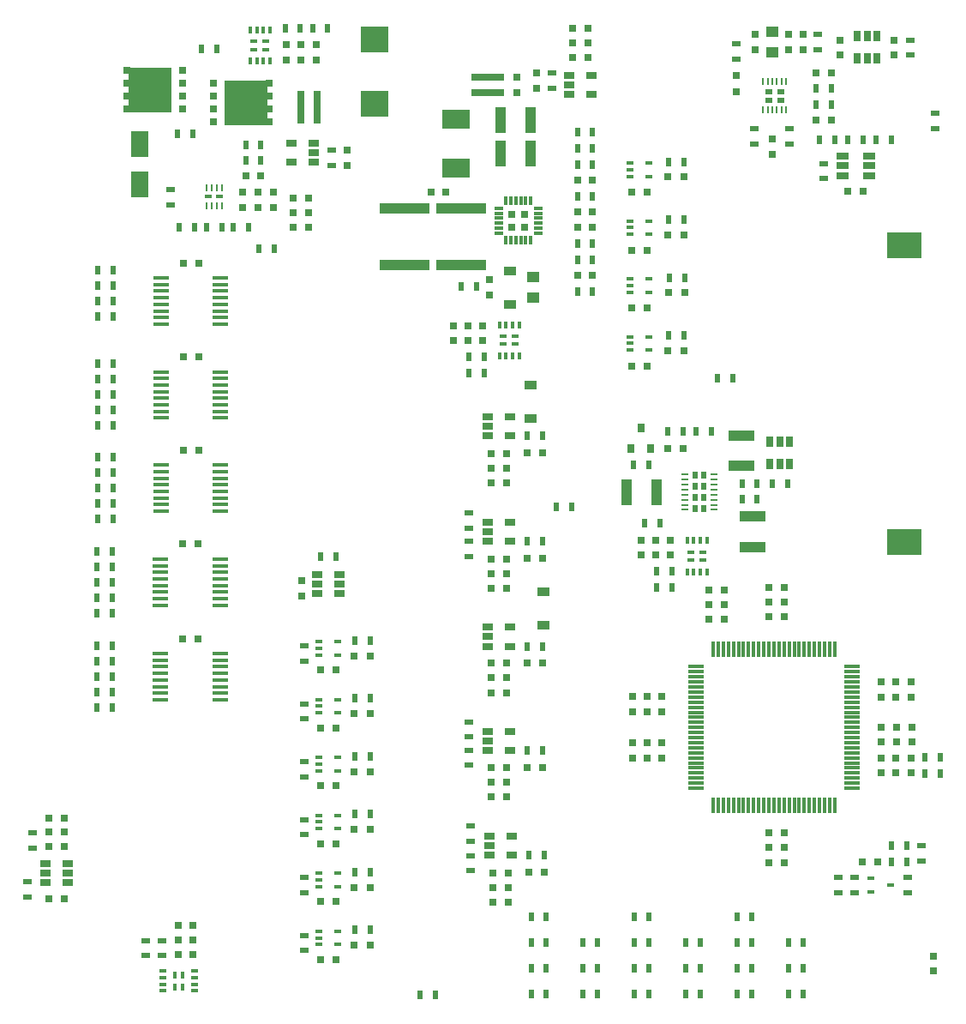
<source format=gbr>
G04 #@! TF.GenerationSoftware,KiCad,Pcbnew,(5.1.2)-1*
G04 #@! TF.CreationDate,2019-09-01T11:48:08-05:00*
G04 #@! TF.ProjectId,Electronic_Calendar,456c6563-7472-46f6-9e69-635f43616c65,rev?*
G04 #@! TF.SameCoordinates,Original*
G04 #@! TF.FileFunction,Paste,Top*
G04 #@! TF.FilePolarity,Positive*
%FSLAX46Y46*%
G04 Gerber Fmt 4.6, Leading zero omitted, Abs format (unit mm)*
G04 Created by KiCad (PCBNEW (5.1.2)-1) date 2019-09-01 11:48:08*
%MOMM*%
%LPD*%
G04 APERTURE LIST*
%ADD10R,1.200000X0.900000*%
%ADD11R,3.510001X2.540000*%
%ADD12R,1.060000X0.650000*%
%ADD13R,0.650000X1.060000*%
%ADD14R,0.800000X0.900000*%
%ADD15R,0.500000X0.900000*%
%ADD16R,0.750000X0.800000*%
%ADD17R,0.650000X0.250000*%
%ADD18R,0.498000X0.660000*%
%ADD19R,1.000000X2.500000*%
%ADD20R,2.500000X1.000000*%
%ADD21R,0.800000X0.750000*%
%ADD22R,0.350000X0.650000*%
%ADD23R,0.720000X0.465000*%
%ADD24R,0.650000X0.350000*%
%ADD25R,0.465000X0.720000*%
%ADD26R,0.250000X0.700000*%
%ADD27R,0.714000X0.498000*%
%ADD28R,1.220000X0.650000*%
%ADD29R,1.500000X0.450000*%
%ADD30R,0.650000X0.400000*%
%ADD31R,0.300000X1.500000*%
%ADD32R,1.500000X0.300000*%
%ADD33R,0.850000X0.300000*%
%ADD34R,0.300000X0.850000*%
%ADD35R,0.780000X0.780000*%
%ADD36R,0.660000X0.366000*%
%ADD37R,0.900000X0.500000*%
%ADD38R,3.200000X0.800000*%
%ADD39R,0.800000X3.200000*%
%ADD40R,0.700000X0.450000*%
%ADD41R,0.800000X0.700000*%
%ADD42R,4.290000X4.500000*%
%ADD43R,1.600000X1.550000*%
%ADD44R,1.200000X1.550000*%
%ADD45R,2.790000X1.903000*%
%ADD46R,0.800000X0.800000*%
%ADD47R,1.800000X2.500000*%
%ADD48R,1.250000X1.000000*%
%ADD49R,5.000000X1.000000*%
%ADD50R,2.700000X2.550000*%
G04 APERTURE END LIST*
D10*
X121475500Y-105409000D03*
X121475500Y-102109000D03*
X120205500Y-85025500D03*
X120205500Y-81725500D03*
D11*
X157099000Y-97230000D03*
X157099000Y-67870000D03*
D12*
X101303000Y-102296000D03*
X101303000Y-101346000D03*
X101303000Y-100396000D03*
X99103000Y-100396000D03*
X99103000Y-102296000D03*
X99103000Y-101346000D03*
D13*
X143830000Y-89492000D03*
X144780000Y-89492000D03*
X145730000Y-89492000D03*
X145730000Y-87292000D03*
X143830000Y-87292000D03*
X144780000Y-87292000D03*
D14*
X130114000Y-87931500D03*
X132014000Y-87931500D03*
X131064000Y-85931500D03*
D15*
X99453000Y-98615500D03*
X100953000Y-98615500D03*
X145530000Y-91440000D03*
X144030000Y-91440000D03*
X130314000Y-89598500D03*
X131814000Y-89598500D03*
D16*
X97536000Y-101040500D03*
X97536000Y-102540500D03*
D15*
X141045500Y-91440000D03*
X142545500Y-91440000D03*
X141045500Y-92964000D03*
X142545500Y-92964000D03*
D17*
X138267500Y-94015500D03*
X138267500Y-93515500D03*
X138267500Y-93015500D03*
X138267500Y-92515500D03*
X138267500Y-92015500D03*
X138267500Y-91515500D03*
X138267500Y-91015500D03*
X138267500Y-90515500D03*
X135417500Y-90515500D03*
X135417500Y-91015500D03*
X135417500Y-91515500D03*
X135417500Y-92015500D03*
X135417500Y-92515500D03*
X135417500Y-93015500D03*
X135417500Y-93515500D03*
X135417500Y-94015500D03*
D18*
X136427500Y-90615500D03*
X136427500Y-91715500D03*
X136427500Y-92815500D03*
X136427500Y-93915500D03*
X137257500Y-90615500D03*
X137257500Y-91715500D03*
X137257500Y-92815500D03*
X137257500Y-93915500D03*
D15*
X131457000Y-95300800D03*
X132957000Y-95300800D03*
X135243000Y-86296500D03*
X133743000Y-86296500D03*
X138037000Y-86296500D03*
X136537000Y-86296500D03*
D19*
X132627500Y-92265500D03*
X129627500Y-92265500D03*
D20*
X140970000Y-89701500D03*
X140970000Y-86701500D03*
X142062200Y-94689800D03*
X142062200Y-97689800D03*
D21*
X133743000Y-87947500D03*
X135243000Y-87947500D03*
D15*
X94857000Y-68262500D03*
X93357000Y-68262500D03*
X140132500Y-81026000D03*
X138632500Y-81026000D03*
X110744000Y-141922500D03*
X109244000Y-141922500D03*
X122745500Y-93726000D03*
X124245500Y-93726000D03*
D12*
X116121000Y-126240500D03*
X116121000Y-127190500D03*
X116121000Y-128140500D03*
X118321000Y-128140500D03*
X118321000Y-126240500D03*
X115930500Y-115890000D03*
X115930500Y-116840000D03*
X115930500Y-117790000D03*
X118130500Y-117790000D03*
X118130500Y-115890000D03*
X115930500Y-105603000D03*
X115930500Y-106553000D03*
X115930500Y-107503000D03*
X118130500Y-107503000D03*
X118130500Y-105603000D03*
X115930500Y-95252500D03*
X115930500Y-96202500D03*
X115930500Y-97152500D03*
X118130500Y-97152500D03*
X118130500Y-95252500D03*
X115930500Y-84838500D03*
X115930500Y-85788500D03*
X115930500Y-86738500D03*
X118130500Y-86738500D03*
X118130500Y-84838500D03*
D22*
X135626200Y-100152800D03*
X136276200Y-100152800D03*
X136926200Y-100152800D03*
X137576200Y-100152800D03*
X137576200Y-97052800D03*
X136926200Y-97052800D03*
X136276200Y-97052800D03*
X135626200Y-97052800D03*
D23*
X137201200Y-98215300D03*
X136001200Y-98215300D03*
X137201200Y-98990300D03*
X136001200Y-98990300D03*
D22*
X94421600Y-46621100D03*
X93771600Y-46621100D03*
X93121600Y-46621100D03*
X92471600Y-46621100D03*
X92471600Y-49721100D03*
X93121600Y-49721100D03*
X93771600Y-49721100D03*
X94421600Y-49721100D03*
D23*
X92846600Y-48558600D03*
X94046600Y-48558600D03*
X92846600Y-47783600D03*
X94046600Y-47783600D03*
D24*
X83844800Y-139563200D03*
X83844800Y-140213200D03*
X83844800Y-140863200D03*
X83844800Y-141513200D03*
X86944800Y-141513200D03*
X86944800Y-140863200D03*
X86944800Y-140213200D03*
X86944800Y-139563200D03*
D25*
X85782300Y-141138200D03*
X85782300Y-139938200D03*
X85007300Y-141138200D03*
X85007300Y-139938200D03*
D22*
X117084200Y-78842200D03*
X117734200Y-78842200D03*
X118384200Y-78842200D03*
X119034200Y-78842200D03*
X119034200Y-75742200D03*
X118384200Y-75742200D03*
X117734200Y-75742200D03*
X117084200Y-75742200D03*
D23*
X118659200Y-76904700D03*
X117459200Y-76904700D03*
X118659200Y-77679700D03*
X117459200Y-77679700D03*
D13*
X154366000Y-47287000D03*
X153416000Y-47287000D03*
X152466000Y-47287000D03*
X152466000Y-49487000D03*
X154366000Y-49487000D03*
X153416000Y-49487000D03*
D26*
X145397000Y-51749500D03*
X144947000Y-51749500D03*
X144497000Y-51749500D03*
X144047000Y-51749500D03*
X143597000Y-51749500D03*
X143147000Y-51749500D03*
X143147000Y-54549500D03*
X143597000Y-54549500D03*
X144047000Y-54549500D03*
X144497000Y-54549500D03*
X144947000Y-54549500D03*
X145397000Y-54549500D03*
D27*
X143677000Y-53564500D03*
X144867000Y-53564500D03*
X143677000Y-52734500D03*
X144867000Y-52734500D03*
D28*
X153583000Y-61021000D03*
X153583000Y-60071000D03*
X153583000Y-59121000D03*
X150963000Y-59121000D03*
X150963000Y-60071000D03*
X150963000Y-61021000D03*
D29*
X83600500Y-108215000D03*
X83600500Y-108865000D03*
X83600500Y-109515000D03*
X83600500Y-110165000D03*
X83600500Y-110815000D03*
X83600500Y-111465000D03*
X83600500Y-112115000D03*
X83600500Y-112765000D03*
X89500500Y-112765000D03*
X89500500Y-112115000D03*
X89500500Y-111465000D03*
X89500500Y-110815000D03*
X89500500Y-110165000D03*
X89500500Y-109515000D03*
X89500500Y-108865000D03*
X89500500Y-108215000D03*
X83600500Y-98880500D03*
X83600500Y-99530500D03*
X83600500Y-100180500D03*
X83600500Y-100830500D03*
X83600500Y-101480500D03*
X83600500Y-102130500D03*
X83600500Y-102780500D03*
X83600500Y-103430500D03*
X89500500Y-103430500D03*
X89500500Y-102780500D03*
X89500500Y-102130500D03*
X89500500Y-101480500D03*
X89500500Y-100830500D03*
X89500500Y-100180500D03*
X89500500Y-99530500D03*
X89500500Y-98880500D03*
X83664000Y-71131000D03*
X83664000Y-71781000D03*
X83664000Y-72431000D03*
X83664000Y-73081000D03*
X83664000Y-73731000D03*
X83664000Y-74381000D03*
X83664000Y-75031000D03*
X83664000Y-75681000D03*
X89564000Y-75681000D03*
X89564000Y-75031000D03*
X89564000Y-74381000D03*
X89564000Y-73731000D03*
X89564000Y-73081000D03*
X89564000Y-72431000D03*
X89564000Y-71781000D03*
X89564000Y-71131000D03*
X83664000Y-89609500D03*
X83664000Y-90259500D03*
X83664000Y-90909500D03*
X83664000Y-91559500D03*
X83664000Y-92209500D03*
X83664000Y-92859500D03*
X83664000Y-93509500D03*
X83664000Y-94159500D03*
X89564000Y-94159500D03*
X89564000Y-93509500D03*
X89564000Y-92859500D03*
X89564000Y-92209500D03*
X89564000Y-91559500D03*
X89564000Y-90909500D03*
X89564000Y-90259500D03*
X89564000Y-89609500D03*
X83664000Y-80402000D03*
X83664000Y-81052000D03*
X83664000Y-81702000D03*
X83664000Y-82352000D03*
X83664000Y-83002000D03*
X83664000Y-83652000D03*
X83664000Y-84302000D03*
X83664000Y-84952000D03*
X89564000Y-84952000D03*
X89564000Y-84302000D03*
X89564000Y-83652000D03*
X89564000Y-83002000D03*
X89564000Y-82352000D03*
X89564000Y-81702000D03*
X89564000Y-81052000D03*
X89564000Y-80402000D03*
D30*
X99235000Y-135628500D03*
X99235000Y-136928500D03*
X99235000Y-136278500D03*
X101135000Y-136928500D03*
X101135000Y-135628500D03*
X99253000Y-129906000D03*
X99253000Y-131206000D03*
X99253000Y-130556000D03*
X101153000Y-131206000D03*
X101153000Y-129906000D03*
X99253000Y-124191000D03*
X99253000Y-125491000D03*
X99253000Y-124841000D03*
X101153000Y-125491000D03*
X101153000Y-124191000D03*
X99253000Y-118476000D03*
X99253000Y-119776000D03*
X99253000Y-119126000D03*
X101153000Y-119776000D03*
X101153000Y-118476000D03*
X99253000Y-112761000D03*
X99253000Y-114061000D03*
X99253000Y-113411000D03*
X101153000Y-114061000D03*
X101153000Y-112761000D03*
X99253000Y-107046000D03*
X99253000Y-108346000D03*
X99253000Y-107696000D03*
X101153000Y-108346000D03*
X101153000Y-107046000D03*
X129987000Y-76947000D03*
X129987000Y-78247000D03*
X129987000Y-77597000D03*
X131887000Y-78247000D03*
X131887000Y-76947000D03*
X129987000Y-71232000D03*
X129987000Y-72532000D03*
X129987000Y-71882000D03*
X131887000Y-72532000D03*
X131887000Y-71232000D03*
X129987000Y-65517000D03*
X129987000Y-66817000D03*
X129987000Y-66167000D03*
X131887000Y-66817000D03*
X131887000Y-65517000D03*
X129987000Y-59802000D03*
X129987000Y-61102000D03*
X129987000Y-60452000D03*
X131887000Y-61102000D03*
X131887000Y-59802000D03*
D12*
X72242500Y-128907500D03*
X72242500Y-129857500D03*
X72242500Y-130807500D03*
X74442500Y-130807500D03*
X74442500Y-128907500D03*
X74442500Y-129857500D03*
D31*
X138208500Y-123206500D03*
X138708500Y-123206500D03*
X139208500Y-123206500D03*
X139708500Y-123206500D03*
X140208500Y-123206500D03*
X140708500Y-123206500D03*
X141208500Y-123206500D03*
X141708500Y-123206500D03*
X142208500Y-123206500D03*
X142708500Y-123206500D03*
X143208500Y-123206500D03*
X143708500Y-123206500D03*
X144208500Y-123206500D03*
X144708500Y-123206500D03*
X145208500Y-123206500D03*
X145708500Y-123206500D03*
X146208500Y-123206500D03*
X146708500Y-123206500D03*
X147208500Y-123206500D03*
X147708500Y-123206500D03*
X148208500Y-123206500D03*
X148708500Y-123206500D03*
X149208500Y-123206500D03*
X149708500Y-123206500D03*
X150208500Y-123206500D03*
D32*
X151908500Y-121506500D03*
X151908500Y-121006500D03*
X151908500Y-120506500D03*
X151908500Y-120006500D03*
X151908500Y-119506500D03*
X151908500Y-119006500D03*
X151908500Y-118506500D03*
X151908500Y-118006500D03*
X151908500Y-117506500D03*
X151908500Y-117006500D03*
X151908500Y-116506500D03*
X151908500Y-116006500D03*
X151908500Y-115506500D03*
X151908500Y-115006500D03*
X151908500Y-114506500D03*
X151908500Y-114006500D03*
X151908500Y-113506500D03*
X151908500Y-113006500D03*
X151908500Y-112506500D03*
X151908500Y-112006500D03*
X151908500Y-111506500D03*
X151908500Y-111006500D03*
X151908500Y-110506500D03*
X151908500Y-110006500D03*
X151908500Y-109506500D03*
D31*
X150208500Y-107806500D03*
X149708500Y-107806500D03*
X149208500Y-107806500D03*
X148708500Y-107806500D03*
X148208500Y-107806500D03*
X147708500Y-107806500D03*
X147208500Y-107806500D03*
X146708500Y-107806500D03*
X146208500Y-107806500D03*
X145708500Y-107806500D03*
X145208500Y-107806500D03*
X144708500Y-107806500D03*
X144208500Y-107806500D03*
X143708500Y-107806500D03*
X143208500Y-107806500D03*
X142708500Y-107806500D03*
X142208500Y-107806500D03*
X141708500Y-107806500D03*
X141208500Y-107806500D03*
X140708500Y-107806500D03*
X140208500Y-107806500D03*
X139708500Y-107806500D03*
X139208500Y-107806500D03*
X138708500Y-107806500D03*
X138208500Y-107806500D03*
D32*
X136508500Y-109506500D03*
X136508500Y-110006500D03*
X136508500Y-110506500D03*
X136508500Y-111006500D03*
X136508500Y-111506500D03*
X136508500Y-112006500D03*
X136508500Y-112506500D03*
X136508500Y-113006500D03*
X136508500Y-113506500D03*
X136508500Y-114006500D03*
X136508500Y-114506500D03*
X136508500Y-115006500D03*
X136508500Y-115506500D03*
X136508500Y-116006500D03*
X136508500Y-116506500D03*
X136508500Y-117006500D03*
X136508500Y-117506500D03*
X136508500Y-118006500D03*
X136508500Y-118506500D03*
X136508500Y-119006500D03*
X136508500Y-119506500D03*
X136508500Y-120006500D03*
X136508500Y-120506500D03*
X136508500Y-121006500D03*
X136508500Y-121506500D03*
D12*
X123995000Y-51120000D03*
X123995000Y-52070000D03*
X123995000Y-53020000D03*
X126195000Y-53020000D03*
X126195000Y-51120000D03*
D33*
X120900500Y-66733500D03*
X120900500Y-66233500D03*
X120900500Y-65733500D03*
X120900500Y-65233500D03*
X120900500Y-64733500D03*
X120900500Y-64233500D03*
D34*
X120200500Y-63533500D03*
X119700500Y-63533500D03*
X119200500Y-63533500D03*
X118700500Y-63533500D03*
X118200500Y-63533500D03*
X117700500Y-63533500D03*
D33*
X117000500Y-64233500D03*
X117000500Y-64733500D03*
X117000500Y-65233500D03*
X117000500Y-65733500D03*
X117000500Y-66233500D03*
X117000500Y-66733500D03*
D34*
X117700500Y-67433500D03*
X118200500Y-67433500D03*
X118700500Y-67433500D03*
X119200500Y-67433500D03*
X119700500Y-67433500D03*
X120200500Y-67433500D03*
D35*
X118300500Y-64833500D03*
X118300500Y-66133500D03*
X119600500Y-64833500D03*
X119600500Y-66133500D03*
D12*
X98763000Y-59687500D03*
X98763000Y-58737500D03*
X98763000Y-57787500D03*
X96563000Y-57787500D03*
X96563000Y-59687500D03*
D26*
X88150000Y-64044000D03*
X88650000Y-64044000D03*
X89150000Y-64044000D03*
X89650000Y-64044000D03*
X89650000Y-62194000D03*
X89150000Y-62194000D03*
X88650000Y-62194000D03*
X88150000Y-62194000D03*
D36*
X89450000Y-63119000D03*
X88350000Y-63119000D03*
D15*
X121527000Y-128143000D03*
X120027000Y-128143000D03*
X121336500Y-117792500D03*
X119836500Y-117792500D03*
D37*
X114236500Y-129655000D03*
X114236500Y-128155000D03*
X114236500Y-126734000D03*
X114236500Y-125234000D03*
X114046000Y-117741000D03*
X114046000Y-119241000D03*
X114046000Y-116447000D03*
X114046000Y-114947000D03*
D15*
X121336500Y-107505500D03*
X119836500Y-107505500D03*
X121336500Y-97155000D03*
X119836500Y-97155000D03*
X121336500Y-86741000D03*
X119836500Y-86741000D03*
D37*
X114046000Y-98603500D03*
X114046000Y-97103500D03*
X114046000Y-95809500D03*
X114046000Y-94309500D03*
D15*
X132612700Y-101688900D03*
X134112700Y-101688900D03*
X132612700Y-100101400D03*
X134112700Y-100101400D03*
X98640200Y-46507400D03*
X100140200Y-46507400D03*
D37*
X82156300Y-136549700D03*
X82156300Y-138049700D03*
D15*
X114070700Y-80530700D03*
X115570700Y-80530700D03*
X97435100Y-46520100D03*
X95935100Y-46520100D03*
D37*
X83743800Y-136549700D03*
X83743800Y-138049700D03*
D15*
X114070700Y-78943200D03*
X115570700Y-78943200D03*
D37*
X140525500Y-48018000D03*
X140525500Y-49518000D03*
D15*
X149848000Y-52451000D03*
X148348000Y-52451000D03*
X149848000Y-54038500D03*
X148348000Y-54038500D03*
D37*
X149098000Y-59829000D03*
X149098000Y-61329000D03*
X142240000Y-57900000D03*
X142240000Y-56400000D03*
X145732500Y-57900000D03*
X145732500Y-56400000D03*
D15*
X150229000Y-57467500D03*
X148729000Y-57467500D03*
X153023000Y-57467500D03*
X151523000Y-57467500D03*
X155817000Y-57467500D03*
X154317000Y-57467500D03*
D37*
X148526500Y-47065500D03*
X148526500Y-48565500D03*
D15*
X77355000Y-112014000D03*
X78855000Y-112014000D03*
X77355000Y-102679500D03*
X78855000Y-102679500D03*
X78855000Y-113538000D03*
X77355000Y-113538000D03*
X78855000Y-104203500D03*
X77355000Y-104203500D03*
X78855000Y-110490000D03*
X77355000Y-110490000D03*
X78855000Y-101155500D03*
X77355000Y-101155500D03*
X78855000Y-108966000D03*
X77355000Y-108966000D03*
X78855000Y-99631500D03*
X77355000Y-99631500D03*
X78855000Y-107442000D03*
X77355000Y-107442000D03*
X78855000Y-98107500D03*
X77355000Y-98107500D03*
X77418500Y-93408500D03*
X78918500Y-93408500D03*
X77418500Y-84201000D03*
X78918500Y-84201000D03*
X78918500Y-74930000D03*
X77418500Y-74930000D03*
X78918500Y-94932500D03*
X77418500Y-94932500D03*
X78918500Y-85725000D03*
X77418500Y-85725000D03*
X78918500Y-73406000D03*
X77418500Y-73406000D03*
X78918500Y-91884500D03*
X77418500Y-91884500D03*
X78918500Y-82677000D03*
X77418500Y-82677000D03*
X78918500Y-71882000D03*
X77418500Y-71882000D03*
X78918500Y-90360500D03*
X77418500Y-90360500D03*
X78918500Y-81153000D03*
X77418500Y-81153000D03*
X78918500Y-70358000D03*
X77418500Y-70358000D03*
X78918500Y-88836500D03*
X77418500Y-88836500D03*
X78918500Y-79629000D03*
X77418500Y-79629000D03*
X126797500Y-141859000D03*
X125297500Y-141859000D03*
X126797500Y-139319000D03*
X125297500Y-139319000D03*
X126797500Y-136779000D03*
X125297500Y-136779000D03*
X136957500Y-141859000D03*
X135457500Y-141859000D03*
X136957500Y-139319000D03*
X135457500Y-139319000D03*
X136957500Y-136779000D03*
X135457500Y-136779000D03*
X147117500Y-141859000D03*
X145617500Y-141859000D03*
X147117500Y-139319000D03*
X145617500Y-139319000D03*
X147117500Y-136779000D03*
X145617500Y-136779000D03*
X121717500Y-141859000D03*
X120217500Y-141859000D03*
X121717500Y-139319000D03*
X120217500Y-139319000D03*
X121717500Y-136779000D03*
X120217500Y-136779000D03*
X121717500Y-134239000D03*
X120217500Y-134239000D03*
X131877500Y-141859000D03*
X130377500Y-141859000D03*
X131877500Y-139319000D03*
X130377500Y-139319000D03*
X131877500Y-136779000D03*
X130377500Y-136779000D03*
X131877500Y-134239000D03*
X130377500Y-134239000D03*
X142037500Y-141859000D03*
X140537500Y-141859000D03*
X142037500Y-139319000D03*
X140537500Y-139319000D03*
X142037500Y-136779000D03*
X140537500Y-136779000D03*
X142037500Y-134239000D03*
X140537500Y-134239000D03*
X102818500Y-135509000D03*
X104318500Y-135509000D03*
X102818500Y-129794000D03*
X104318500Y-129794000D03*
D37*
X97790000Y-136029000D03*
X97790000Y-137529000D03*
X97790000Y-130314000D03*
X97790000Y-131814000D03*
D15*
X102818500Y-124079000D03*
X104318500Y-124079000D03*
X102818500Y-118364000D03*
X104318500Y-118364000D03*
D37*
X97790000Y-124599000D03*
X97790000Y-126099000D03*
X97790000Y-120384000D03*
X97790000Y-118884000D03*
D15*
X102818500Y-112649000D03*
X104318500Y-112649000D03*
X102818500Y-106934000D03*
X104318500Y-106934000D03*
D37*
X97790000Y-113169000D03*
X97790000Y-114669000D03*
X97790000Y-107454000D03*
X97790000Y-108954000D03*
D15*
X133806500Y-76835000D03*
X135306500Y-76835000D03*
X133870000Y-71120000D03*
X135370000Y-71120000D03*
X133806500Y-65405000D03*
X135306500Y-65405000D03*
X133806500Y-59690000D03*
X135306500Y-59690000D03*
D37*
X70993000Y-127432500D03*
X70993000Y-125932500D03*
X70485000Y-132258500D03*
X70485000Y-130758500D03*
X158750000Y-127202500D03*
X158750000Y-128702500D03*
D15*
X157341000Y-128778000D03*
X155841000Y-128778000D03*
X155841000Y-127190500D03*
X157341000Y-127190500D03*
D37*
X157416500Y-130314000D03*
X157416500Y-131814000D03*
X152146000Y-130314000D03*
X152146000Y-131814000D03*
X150558500Y-131814000D03*
X150558500Y-130314000D03*
X122301000Y-50875500D03*
X122301000Y-52375500D03*
D38*
X115951000Y-52870000D03*
X115951000Y-51270000D03*
D15*
X124789500Y-67754500D03*
X126289500Y-67754500D03*
X126289500Y-69342000D03*
X124789500Y-69342000D03*
X124789500Y-63055500D03*
X126289500Y-63055500D03*
X124789500Y-72453500D03*
X126289500Y-72453500D03*
X113296000Y-71945500D03*
X114796000Y-71945500D03*
X124789500Y-59944000D03*
X126289500Y-59944000D03*
X126289500Y-58356500D03*
X124789500Y-58356500D03*
X126289500Y-56769000D03*
X124789500Y-56769000D03*
D37*
X100520500Y-59995500D03*
X100520500Y-58495500D03*
D39*
X97498000Y-54305200D03*
X99098000Y-54305200D03*
D15*
X92023500Y-59563000D03*
X93523500Y-59563000D03*
X93523500Y-57975500D03*
X92023500Y-57975500D03*
X86805200Y-56883300D03*
X85305200Y-56883300D03*
X89167400Y-48501300D03*
X87667400Y-48501300D03*
D37*
X84582000Y-62432500D03*
X84582000Y-63932500D03*
D15*
X86983000Y-66167000D03*
X85483000Y-66167000D03*
X89650000Y-66167000D03*
X88150000Y-66167000D03*
X92317000Y-66167000D03*
X90817000Y-66167000D03*
D40*
X153749500Y-130414000D03*
X153749500Y-131714000D03*
X155749500Y-131064000D03*
D41*
X88829700Y-51925300D03*
X88829700Y-53195300D03*
X88829700Y-54475300D03*
X88829700Y-55745300D03*
X94329700Y-55745300D03*
X94329700Y-54475300D03*
X94329700Y-53195300D03*
X94329700Y-51925300D03*
D42*
X92079700Y-53835300D03*
D43*
X92829700Y-52745300D03*
X92829700Y-54925300D03*
D44*
X90829700Y-52745300D03*
X90829700Y-54925300D03*
D41*
X85820700Y-54475300D03*
X85820700Y-53205300D03*
X85820700Y-51925300D03*
X85820700Y-50655300D03*
X80320700Y-50655300D03*
X80320700Y-51925300D03*
X80320700Y-53205300D03*
X80320700Y-54475300D03*
D42*
X82570700Y-52565300D03*
D43*
X81820700Y-53655300D03*
X81820700Y-51475300D03*
D44*
X83820700Y-53655300D03*
X83820700Y-51475300D03*
D37*
X160147000Y-54876000D03*
X160147000Y-56376000D03*
X157670500Y-49137000D03*
X157670500Y-47637000D03*
D15*
X159143000Y-118427500D03*
X160643000Y-118427500D03*
X159143000Y-120078500D03*
X160643000Y-120078500D03*
D45*
X112776000Y-60275000D03*
X112776000Y-55422000D03*
D46*
X140532500Y-51145000D03*
X140532500Y-52745000D03*
X104368500Y-137033000D03*
X102768500Y-137033000D03*
X104368500Y-131318000D03*
X102768500Y-131318000D03*
X104368500Y-125603000D03*
X102768500Y-125603000D03*
X104368500Y-119888000D03*
X102768500Y-119888000D03*
X104368500Y-114173000D03*
X102768500Y-114173000D03*
X104368500Y-108458000D03*
X102768500Y-108458000D03*
X135356500Y-78295500D03*
X133756500Y-78295500D03*
X135420000Y-72580500D03*
X133820000Y-72580500D03*
X135356500Y-66865500D03*
X133756500Y-66865500D03*
X135356500Y-61150500D03*
X133756500Y-61150500D03*
D10*
X118173500Y-70422500D03*
X118173500Y-73722500D03*
D47*
X81546700Y-57931300D03*
X81546700Y-61931300D03*
D21*
X120027000Y-129794000D03*
X121527000Y-129794000D03*
X119836500Y-119443500D03*
X121336500Y-119443500D03*
X116471000Y-129857500D03*
X117971000Y-129857500D03*
X116280500Y-119443500D03*
X117780500Y-119443500D03*
X116471000Y-131318000D03*
X117971000Y-131318000D03*
X116280500Y-120904000D03*
X117780500Y-120904000D03*
X116471000Y-132778500D03*
X117971000Y-132778500D03*
X116280500Y-122364500D03*
X117780500Y-122364500D03*
X119836500Y-109156500D03*
X121336500Y-109156500D03*
X116280500Y-109156500D03*
X117780500Y-109156500D03*
X116280500Y-110617000D03*
X117780500Y-110617000D03*
X116280500Y-112077500D03*
X117780500Y-112077500D03*
X119836500Y-98806000D03*
X121336500Y-98806000D03*
X119836500Y-88392000D03*
X121336500Y-88392000D03*
X116280500Y-98869500D03*
X117780500Y-98869500D03*
X116280500Y-88455500D03*
X117780500Y-88455500D03*
X116280500Y-100330000D03*
X117780500Y-100330000D03*
X116280500Y-89916000D03*
X117780500Y-89916000D03*
X116280500Y-101790500D03*
X117780500Y-101790500D03*
X116280500Y-91376500D03*
X117780500Y-91376500D03*
D16*
X133997700Y-98501900D03*
X133997700Y-97001900D03*
X132537200Y-98501900D03*
X132537200Y-97001900D03*
X131076700Y-98501900D03*
X131076700Y-97001900D03*
X96050100Y-48119600D03*
X96050100Y-49619600D03*
D21*
X85343300Y-137934700D03*
X86843300Y-137934700D03*
D16*
X115455700Y-77343700D03*
X115455700Y-75843700D03*
X97510600Y-48119600D03*
X97510600Y-49619600D03*
D21*
X85343300Y-136474200D03*
X86843300Y-136474200D03*
D16*
X113995200Y-77343700D03*
X113995200Y-75843700D03*
X98971100Y-48119600D03*
X98971100Y-49619600D03*
D21*
X85343300Y-135013700D03*
X86843300Y-135013700D03*
D16*
X112534700Y-77343700D03*
X112534700Y-75843700D03*
X156083000Y-49137000D03*
X156083000Y-47637000D03*
D21*
X148348000Y-50927000D03*
X149848000Y-50927000D03*
X148348000Y-55562500D03*
X149848000Y-55562500D03*
D16*
X150749000Y-47637000D03*
X150749000Y-49137000D03*
X145669000Y-47065500D03*
X145669000Y-48565500D03*
D48*
X144018000Y-48815500D03*
X144018000Y-46815500D03*
D16*
X142367000Y-47065500D03*
X142367000Y-48565500D03*
D21*
X153023000Y-62611000D03*
X151523000Y-62611000D03*
D16*
X144018000Y-58916000D03*
X144018000Y-57416000D03*
X147066000Y-47065500D03*
X147066000Y-48565500D03*
D21*
X85800500Y-106743500D03*
X87300500Y-106743500D03*
X85800500Y-97409000D03*
X87300500Y-97409000D03*
X85864000Y-69659500D03*
X87364000Y-69659500D03*
X85864000Y-88138000D03*
X87364000Y-88138000D03*
X85864000Y-78930500D03*
X87364000Y-78930500D03*
X99453000Y-138430000D03*
X100953000Y-138430000D03*
X99453000Y-132715000D03*
X100953000Y-132715000D03*
X99453000Y-127000000D03*
X100953000Y-127000000D03*
X99453000Y-121285000D03*
X100953000Y-121285000D03*
X99453000Y-115570000D03*
X100953000Y-115570000D03*
X99453000Y-109855000D03*
X100953000Y-109855000D03*
X130187000Y-79819500D03*
X131687000Y-79819500D03*
X130187000Y-74104500D03*
X131687000Y-74104500D03*
X130187000Y-68389500D03*
X131687000Y-68389500D03*
X130187000Y-62674500D03*
X131687000Y-62674500D03*
X72592500Y-127254000D03*
X74092500Y-127254000D03*
X72592500Y-125857000D03*
X74092500Y-125857000D03*
X72592500Y-124460000D03*
X74092500Y-124460000D03*
X72592500Y-132461000D03*
X74092500Y-132461000D03*
D16*
X154813000Y-118503000D03*
X154813000Y-120003000D03*
X133159500Y-117042500D03*
X133159500Y-118542500D03*
X156273500Y-118503000D03*
X156273500Y-120003000D03*
X131699000Y-117042500D03*
X131699000Y-118542500D03*
X157734000Y-118503000D03*
X157734000Y-120003000D03*
X130238500Y-117042500D03*
X130238500Y-118542500D03*
D21*
X143712500Y-104584500D03*
X145212500Y-104584500D03*
D16*
X154813000Y-116955000D03*
X154813000Y-115455000D03*
D21*
X143712500Y-103124000D03*
X145212500Y-103124000D03*
D16*
X156337000Y-116955000D03*
X156337000Y-115455000D03*
D21*
X143712500Y-101663500D03*
X145212500Y-101663500D03*
D16*
X157861000Y-116955000D03*
X157861000Y-115455000D03*
D21*
X137807000Y-104838500D03*
X139307000Y-104838500D03*
D16*
X154813000Y-112510000D03*
X154813000Y-111010000D03*
D21*
X137807000Y-103378000D03*
X139307000Y-103378000D03*
D16*
X156273500Y-112510000D03*
X156273500Y-111010000D03*
D21*
X137807000Y-101917500D03*
X139307000Y-101917500D03*
D16*
X157734000Y-112510000D03*
X157734000Y-111010000D03*
X133159500Y-113970500D03*
X133159500Y-112470500D03*
D21*
X143712500Y-125920500D03*
X145212500Y-125920500D03*
D16*
X131699000Y-113970500D03*
X131699000Y-112470500D03*
D21*
X143712500Y-127381000D03*
X145212500Y-127381000D03*
D16*
X130238500Y-113970500D03*
X130238500Y-112470500D03*
D21*
X143712500Y-128841500D03*
X145212500Y-128841500D03*
X152920000Y-128778000D03*
X154420000Y-128778000D03*
D16*
X159956500Y-138061000D03*
X159956500Y-139561000D03*
X120777000Y-52375500D03*
X120777000Y-50875500D03*
X118808500Y-52820000D03*
X118808500Y-51320000D03*
D19*
X117181500Y-55562500D03*
X120181500Y-55562500D03*
D21*
X124345000Y-49403000D03*
X125845000Y-49403000D03*
X124345000Y-47942500D03*
X125845000Y-47942500D03*
D19*
X117181500Y-58864500D03*
X120181500Y-58864500D03*
D21*
X124345000Y-46482000D03*
X125845000Y-46482000D03*
X124789500Y-70866000D03*
X126289500Y-70866000D03*
D48*
X120459500Y-71072500D03*
X120459500Y-73072500D03*
D21*
X126289500Y-64643000D03*
X124789500Y-64643000D03*
X111811500Y-62674500D03*
X110311500Y-62674500D03*
X124789500Y-61468000D03*
X126289500Y-61468000D03*
D16*
X116141500Y-72822500D03*
X116141500Y-71322500D03*
D21*
X126289500Y-66167000D03*
X124789500Y-66167000D03*
D49*
X113347500Y-69856000D03*
X113347500Y-64256000D03*
X107696000Y-69856000D03*
X107696000Y-64256000D03*
D50*
X104800400Y-53975000D03*
X104800400Y-47625000D03*
D16*
X102044500Y-58495500D03*
X102044500Y-59995500D03*
D21*
X98222500Y-63246000D03*
X96722500Y-63246000D03*
X98222500Y-64706500D03*
X96722500Y-64706500D03*
X98222500Y-66167000D03*
X96722500Y-66167000D03*
X92023500Y-61087000D03*
X93523500Y-61087000D03*
D16*
X91757500Y-62686500D03*
X91757500Y-64186500D03*
X93281500Y-62686500D03*
X93281500Y-64186500D03*
X94742000Y-62686500D03*
X94742000Y-64186500D03*
M02*

</source>
